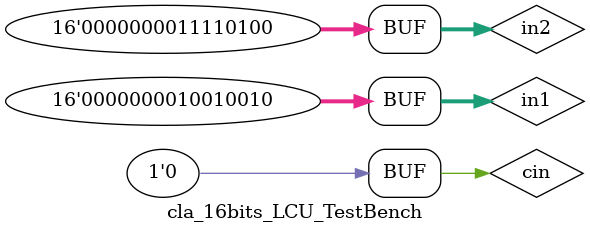
<source format=v>
`timescale 1ns / 1ps


module cla_16bits_LCU_TestBench;

	// Inputs
	reg [15:0] in1;
	reg [15:0] in2;
	reg cin;

	// Outputs
	wire [15:0] sum;
	wire cout;
	wire P;
	wire G;

	// Instantiate the Unit Under Test (UUT)
	cla_16bits_LCU uut (
		.in1(in1), 
		.in2(in2), 
		.cin(cin), 
		.sum(sum), 
		.cout(cout),
		.P(P),
		.G(G)
	);
	initial begin
		$monitor ("input1 = %d, input2 = %d, Carry in = %d, sum = %d, Carry out = %d, P = %d, G = %d", in1, in2, cin, sum, cout, P, G);
		// Initialize Inputs
		in1 = 0;
		in2 = 0;
		cin = 0;

		// Wait 100 ns for global reset to finish
		#100;
        
		// Add stimulus here
		
		in1 = 16'd437; in2 = 16'd341; cin = 0;
		#100;
		
		in1 = 16'd3500; in2 = 16'd6010; cin = 1;
		#100;
		
	   in1 = 16'd3000; in2 = 16'd1040; cin = 0;
		#100;
		
		in1 = 16'd146; in2 = 16'd244; cin = 0;
		#100;

	end
      
endmodule


</source>
